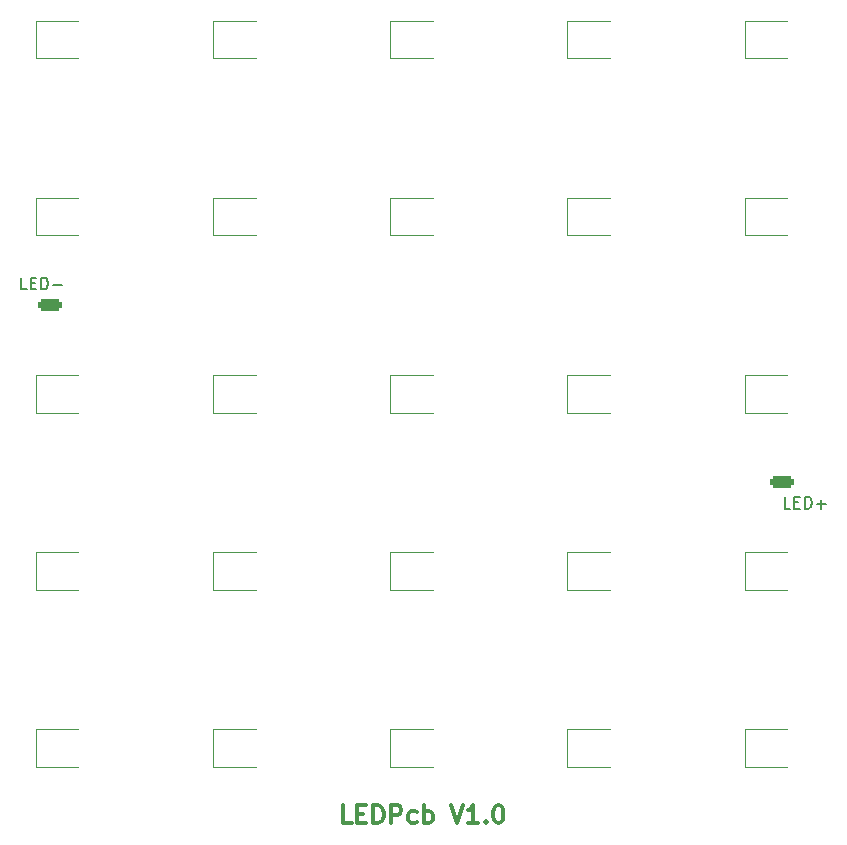
<source format=gto>
G04 #@! TF.GenerationSoftware,KiCad,Pcbnew,7.0.9*
G04 #@! TF.CreationDate,2024-01-02T20:26:41+01:00*
G04 #@! TF.ProjectId,LEDPcb,4c454450-6362-42e6-9b69-6361645f7063,rev?*
G04 #@! TF.SameCoordinates,Original*
G04 #@! TF.FileFunction,Legend,Top*
G04 #@! TF.FilePolarity,Positive*
%FSLAX46Y46*%
G04 Gerber Fmt 4.6, Leading zero omitted, Abs format (unit mm)*
G04 Created by KiCad (PCBNEW 7.0.9) date 2024-01-02 20:26:41*
%MOMM*%
%LPD*%
G01*
G04 APERTURE LIST*
G04 Aperture macros list*
%AMRoundRect*
0 Rectangle with rounded corners*
0 $1 Rounding radius*
0 $2 $3 $4 $5 $6 $7 $8 $9 X,Y pos of 4 corners*
0 Add a 4 corners polygon primitive as box body*
4,1,4,$2,$3,$4,$5,$6,$7,$8,$9,$2,$3,0*
0 Add four circle primitives for the rounded corners*
1,1,$1+$1,$2,$3*
1,1,$1+$1,$4,$5*
1,1,$1+$1,$6,$7*
1,1,$1+$1,$8,$9*
0 Add four rect primitives between the rounded corners*
20,1,$1+$1,$2,$3,$4,$5,0*
20,1,$1+$1,$4,$5,$6,$7,0*
20,1,$1+$1,$6,$7,$8,$9,0*
20,1,$1+$1,$8,$9,$2,$3,0*%
G04 Aperture macros list end*
%ADD10C,0.300000*%
%ADD11C,0.150000*%
%ADD12C,0.120000*%
%ADD13R,2.200000X1.800000*%
%ADD14R,1.100000X1.800000*%
%ADD15C,2.100000*%
%ADD16RoundRect,0.250000X-0.750000X-0.250000X0.750000X-0.250000X0.750000X0.250000X-0.750000X0.250000X0*%
G04 APERTURE END LIST*
D10*
X131968796Y-118900828D02*
X131254510Y-118900828D01*
X131254510Y-118900828D02*
X131254510Y-117400828D01*
X132468796Y-118115114D02*
X132968796Y-118115114D01*
X133183082Y-118900828D02*
X132468796Y-118900828D01*
X132468796Y-118900828D02*
X132468796Y-117400828D01*
X132468796Y-117400828D02*
X133183082Y-117400828D01*
X133825939Y-118900828D02*
X133825939Y-117400828D01*
X133825939Y-117400828D02*
X134183082Y-117400828D01*
X134183082Y-117400828D02*
X134397368Y-117472257D01*
X134397368Y-117472257D02*
X134540225Y-117615114D01*
X134540225Y-117615114D02*
X134611654Y-117757971D01*
X134611654Y-117757971D02*
X134683082Y-118043685D01*
X134683082Y-118043685D02*
X134683082Y-118257971D01*
X134683082Y-118257971D02*
X134611654Y-118543685D01*
X134611654Y-118543685D02*
X134540225Y-118686542D01*
X134540225Y-118686542D02*
X134397368Y-118829400D01*
X134397368Y-118829400D02*
X134183082Y-118900828D01*
X134183082Y-118900828D02*
X133825939Y-118900828D01*
X135325939Y-118900828D02*
X135325939Y-117400828D01*
X135325939Y-117400828D02*
X135897368Y-117400828D01*
X135897368Y-117400828D02*
X136040225Y-117472257D01*
X136040225Y-117472257D02*
X136111654Y-117543685D01*
X136111654Y-117543685D02*
X136183082Y-117686542D01*
X136183082Y-117686542D02*
X136183082Y-117900828D01*
X136183082Y-117900828D02*
X136111654Y-118043685D01*
X136111654Y-118043685D02*
X136040225Y-118115114D01*
X136040225Y-118115114D02*
X135897368Y-118186542D01*
X135897368Y-118186542D02*
X135325939Y-118186542D01*
X137468797Y-118829400D02*
X137325939Y-118900828D01*
X137325939Y-118900828D02*
X137040225Y-118900828D01*
X137040225Y-118900828D02*
X136897368Y-118829400D01*
X136897368Y-118829400D02*
X136825939Y-118757971D01*
X136825939Y-118757971D02*
X136754511Y-118615114D01*
X136754511Y-118615114D02*
X136754511Y-118186542D01*
X136754511Y-118186542D02*
X136825939Y-118043685D01*
X136825939Y-118043685D02*
X136897368Y-117972257D01*
X136897368Y-117972257D02*
X137040225Y-117900828D01*
X137040225Y-117900828D02*
X137325939Y-117900828D01*
X137325939Y-117900828D02*
X137468797Y-117972257D01*
X138111653Y-118900828D02*
X138111653Y-117400828D01*
X138111653Y-117972257D02*
X138254511Y-117900828D01*
X138254511Y-117900828D02*
X138540225Y-117900828D01*
X138540225Y-117900828D02*
X138683082Y-117972257D01*
X138683082Y-117972257D02*
X138754511Y-118043685D01*
X138754511Y-118043685D02*
X138825939Y-118186542D01*
X138825939Y-118186542D02*
X138825939Y-118615114D01*
X138825939Y-118615114D02*
X138754511Y-118757971D01*
X138754511Y-118757971D02*
X138683082Y-118829400D01*
X138683082Y-118829400D02*
X138540225Y-118900828D01*
X138540225Y-118900828D02*
X138254511Y-118900828D01*
X138254511Y-118900828D02*
X138111653Y-118829400D01*
X140397368Y-117400828D02*
X140897368Y-118900828D01*
X140897368Y-118900828D02*
X141397368Y-117400828D01*
X142683082Y-118900828D02*
X141825939Y-118900828D01*
X142254510Y-118900828D02*
X142254510Y-117400828D01*
X142254510Y-117400828D02*
X142111653Y-117615114D01*
X142111653Y-117615114D02*
X141968796Y-117757971D01*
X141968796Y-117757971D02*
X141825939Y-117829400D01*
X143325938Y-118757971D02*
X143397367Y-118829400D01*
X143397367Y-118829400D02*
X143325938Y-118900828D01*
X143325938Y-118900828D02*
X143254510Y-118829400D01*
X143254510Y-118829400D02*
X143325938Y-118757971D01*
X143325938Y-118757971D02*
X143325938Y-118900828D01*
X144325939Y-117400828D02*
X144468796Y-117400828D01*
X144468796Y-117400828D02*
X144611653Y-117472257D01*
X144611653Y-117472257D02*
X144683082Y-117543685D01*
X144683082Y-117543685D02*
X144754510Y-117686542D01*
X144754510Y-117686542D02*
X144825939Y-117972257D01*
X144825939Y-117972257D02*
X144825939Y-118329400D01*
X144825939Y-118329400D02*
X144754510Y-118615114D01*
X144754510Y-118615114D02*
X144683082Y-118757971D01*
X144683082Y-118757971D02*
X144611653Y-118829400D01*
X144611653Y-118829400D02*
X144468796Y-118900828D01*
X144468796Y-118900828D02*
X144325939Y-118900828D01*
X144325939Y-118900828D02*
X144183082Y-118829400D01*
X144183082Y-118829400D02*
X144111653Y-118757971D01*
X144111653Y-118757971D02*
X144040224Y-118615114D01*
X144040224Y-118615114D02*
X143968796Y-118329400D01*
X143968796Y-118329400D02*
X143968796Y-117972257D01*
X143968796Y-117972257D02*
X144040224Y-117686542D01*
X144040224Y-117686542D02*
X144111653Y-117543685D01*
X144111653Y-117543685D02*
X144183082Y-117472257D01*
X144183082Y-117472257D02*
X144325939Y-117400828D01*
D11*
X169112969Y-92269819D02*
X168636779Y-92269819D01*
X168636779Y-92269819D02*
X168636779Y-91269819D01*
X169446303Y-91746009D02*
X169779636Y-91746009D01*
X169922493Y-92269819D02*
X169446303Y-92269819D01*
X169446303Y-92269819D02*
X169446303Y-91269819D01*
X169446303Y-91269819D02*
X169922493Y-91269819D01*
X170351065Y-92269819D02*
X170351065Y-91269819D01*
X170351065Y-91269819D02*
X170589160Y-91269819D01*
X170589160Y-91269819D02*
X170732017Y-91317438D01*
X170732017Y-91317438D02*
X170827255Y-91412676D01*
X170827255Y-91412676D02*
X170874874Y-91507914D01*
X170874874Y-91507914D02*
X170922493Y-91698390D01*
X170922493Y-91698390D02*
X170922493Y-91841247D01*
X170922493Y-91841247D02*
X170874874Y-92031723D01*
X170874874Y-92031723D02*
X170827255Y-92126961D01*
X170827255Y-92126961D02*
X170732017Y-92222200D01*
X170732017Y-92222200D02*
X170589160Y-92269819D01*
X170589160Y-92269819D02*
X170351065Y-92269819D01*
X171351065Y-91888866D02*
X172112970Y-91888866D01*
X171732017Y-92269819D02*
X171732017Y-91507914D01*
X104462969Y-73719819D02*
X103986779Y-73719819D01*
X103986779Y-73719819D02*
X103986779Y-72719819D01*
X104796303Y-73196009D02*
X105129636Y-73196009D01*
X105272493Y-73719819D02*
X104796303Y-73719819D01*
X104796303Y-73719819D02*
X104796303Y-72719819D01*
X104796303Y-72719819D02*
X105272493Y-72719819D01*
X105701065Y-73719819D02*
X105701065Y-72719819D01*
X105701065Y-72719819D02*
X105939160Y-72719819D01*
X105939160Y-72719819D02*
X106082017Y-72767438D01*
X106082017Y-72767438D02*
X106177255Y-72862676D01*
X106177255Y-72862676D02*
X106224874Y-72957914D01*
X106224874Y-72957914D02*
X106272493Y-73148390D01*
X106272493Y-73148390D02*
X106272493Y-73291247D01*
X106272493Y-73291247D02*
X106224874Y-73481723D01*
X106224874Y-73481723D02*
X106177255Y-73576961D01*
X106177255Y-73576961D02*
X106082017Y-73672200D01*
X106082017Y-73672200D02*
X105939160Y-73719819D01*
X105939160Y-73719819D02*
X105701065Y-73719819D01*
X106701065Y-73338866D02*
X107462970Y-73338866D01*
D12*
X135250000Y-110950000D02*
X135250000Y-114150000D01*
X138850000Y-110950000D02*
X135250000Y-110950000D01*
X138850000Y-114150000D02*
X135250000Y-114150000D01*
X135250000Y-50950000D02*
X135250000Y-54150000D01*
X138850000Y-50950000D02*
X135250000Y-50950000D01*
X138850000Y-54150000D02*
X135250000Y-54150000D01*
X165250000Y-80950000D02*
X165250000Y-84150000D01*
X168850000Y-80950000D02*
X165250000Y-80950000D01*
X168850000Y-84150000D02*
X165250000Y-84150000D01*
X150250000Y-50950000D02*
X150250000Y-54150000D01*
X153850000Y-50950000D02*
X150250000Y-50950000D01*
X153850000Y-54150000D02*
X150250000Y-54150000D01*
X105250000Y-80950000D02*
X105250000Y-84150000D01*
X108850000Y-80950000D02*
X105250000Y-80950000D01*
X108850000Y-84150000D02*
X105250000Y-84150000D01*
X165250000Y-65950000D02*
X165250000Y-69150000D01*
X168850000Y-65950000D02*
X165250000Y-65950000D01*
X168850000Y-69150000D02*
X165250000Y-69150000D01*
X120250000Y-95950000D02*
X120250000Y-99150000D01*
X123850000Y-95950000D02*
X120250000Y-95950000D01*
X123850000Y-99150000D02*
X120250000Y-99150000D01*
X135250000Y-65950000D02*
X135250000Y-69150000D01*
X138850000Y-65950000D02*
X135250000Y-65950000D01*
X138850000Y-69150000D02*
X135250000Y-69150000D01*
X120250000Y-110950000D02*
X120250000Y-114150000D01*
X123850000Y-110950000D02*
X120250000Y-110950000D01*
X123850000Y-114150000D02*
X120250000Y-114150000D01*
X105250000Y-110950000D02*
X105250000Y-114150000D01*
X108850000Y-110950000D02*
X105250000Y-110950000D01*
X108850000Y-114150000D02*
X105250000Y-114150000D01*
X120250000Y-50950000D02*
X120250000Y-54150000D01*
X123850000Y-50950000D02*
X120250000Y-50950000D01*
X123850000Y-54150000D02*
X120250000Y-54150000D01*
X150250000Y-110950000D02*
X150250000Y-114150000D01*
X153850000Y-110950000D02*
X150250000Y-110950000D01*
X153850000Y-114150000D02*
X150250000Y-114150000D01*
X105250000Y-95950000D02*
X105250000Y-99150000D01*
X108850000Y-95950000D02*
X105250000Y-95950000D01*
X108850000Y-99150000D02*
X105250000Y-99150000D01*
X105250000Y-65950000D02*
X105250000Y-69150000D01*
X108850000Y-65950000D02*
X105250000Y-65950000D01*
X108850000Y-69150000D02*
X105250000Y-69150000D01*
X150250000Y-80950000D02*
X150250000Y-84150000D01*
X153850000Y-80950000D02*
X150250000Y-80950000D01*
X153850000Y-84150000D02*
X150250000Y-84150000D01*
X165250000Y-50950000D02*
X165250000Y-54150000D01*
X168850000Y-50950000D02*
X165250000Y-50950000D01*
X168850000Y-54150000D02*
X165250000Y-54150000D01*
X120250000Y-65950000D02*
X120250000Y-69150000D01*
X123850000Y-65950000D02*
X120250000Y-65950000D01*
X123850000Y-69150000D02*
X120250000Y-69150000D01*
X150250000Y-65950000D02*
X150250000Y-69150000D01*
X153850000Y-65950000D02*
X150250000Y-65950000D01*
X153850000Y-69150000D02*
X150250000Y-69150000D01*
X165250000Y-110950000D02*
X165250000Y-114150000D01*
X168850000Y-110950000D02*
X165250000Y-110950000D01*
X168850000Y-114150000D02*
X165250000Y-114150000D01*
X165250000Y-95950000D02*
X165250000Y-99150000D01*
X168850000Y-95950000D02*
X165250000Y-95950000D01*
X168850000Y-99150000D02*
X165250000Y-99150000D01*
X120250000Y-80950000D02*
X120250000Y-84150000D01*
X123850000Y-80950000D02*
X120250000Y-80950000D01*
X123850000Y-84150000D02*
X120250000Y-84150000D01*
X135250000Y-95950000D02*
X135250000Y-99150000D01*
X138850000Y-95950000D02*
X135250000Y-95950000D01*
X138850000Y-99150000D02*
X135250000Y-99150000D01*
X135250000Y-80950000D02*
X135250000Y-84150000D01*
X138850000Y-80950000D02*
X135250000Y-80950000D01*
X138850000Y-84150000D02*
X135250000Y-84150000D01*
X105250000Y-50950000D02*
X105250000Y-54150000D01*
X108850000Y-50950000D02*
X105250000Y-50950000D01*
X108850000Y-54150000D02*
X105250000Y-54150000D01*
X150250000Y-95950000D02*
X150250000Y-99150000D01*
X153850000Y-95950000D02*
X150250000Y-95950000D01*
X153850000Y-99150000D02*
X150250000Y-99150000D01*
%LPC*%
D13*
X136605000Y-112550000D03*
D14*
X138845000Y-112550000D03*
D15*
X114950000Y-105050000D03*
D13*
X136605000Y-52550000D03*
D14*
X138845000Y-52550000D03*
D15*
X114950000Y-60050000D03*
D13*
X166605000Y-82550000D03*
D14*
X168845000Y-82550000D03*
D13*
X151605000Y-52550000D03*
D14*
X153845000Y-52550000D03*
D13*
X106605000Y-82550000D03*
D14*
X108845000Y-82550000D03*
D13*
X166605000Y-67550000D03*
D14*
X168845000Y-67550000D03*
D13*
X121605000Y-97550000D03*
D14*
X123845000Y-97550000D03*
D13*
X136605000Y-67550000D03*
D14*
X138845000Y-67550000D03*
D13*
X121605000Y-112550000D03*
D14*
X123845000Y-112550000D03*
D15*
X159950000Y-105050000D03*
D16*
X106450000Y-75050000D03*
D13*
X106605000Y-112550000D03*
D14*
X108845000Y-112550000D03*
D13*
X121605000Y-52550000D03*
D14*
X123845000Y-52550000D03*
D15*
X159950000Y-60050000D03*
D13*
X151605000Y-112550000D03*
D14*
X153845000Y-112550000D03*
D13*
X106605000Y-97550000D03*
D14*
X108845000Y-97550000D03*
D13*
X106605000Y-67550000D03*
D14*
X108845000Y-67550000D03*
D13*
X151605000Y-82550000D03*
D14*
X153845000Y-82550000D03*
D13*
X166605000Y-52550000D03*
D14*
X168845000Y-52550000D03*
D13*
X121605000Y-67550000D03*
D14*
X123845000Y-67550000D03*
D13*
X151605000Y-67550000D03*
D14*
X153845000Y-67550000D03*
D13*
X166605000Y-112550000D03*
D14*
X168845000Y-112550000D03*
D13*
X166605000Y-97550000D03*
D14*
X168845000Y-97550000D03*
D16*
X168450000Y-90050000D03*
D13*
X121605000Y-82550000D03*
D14*
X123845000Y-82550000D03*
D13*
X136605000Y-97550000D03*
D14*
X138845000Y-97550000D03*
D13*
X136605000Y-82550000D03*
D14*
X138845000Y-82550000D03*
D13*
X106605000Y-52550000D03*
D14*
X108845000Y-52550000D03*
D13*
X151605000Y-97550000D03*
D14*
X153845000Y-97550000D03*
%LPD*%
M02*

</source>
